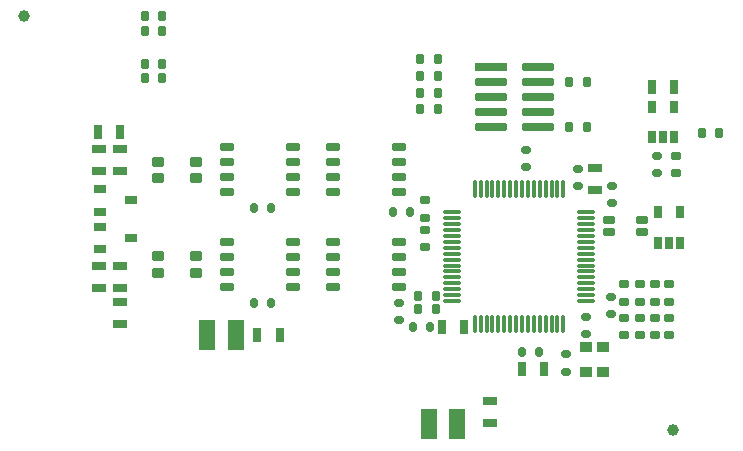
<source format=gtp>
G04*
G04 #@! TF.GenerationSoftware,Altium Limited,Altium Designer,24.3.1 (35)*
G04*
G04 Layer_Color=8421504*
%FSLAX25Y25*%
%MOIN*%
G70*
G04*
G04 #@! TF.SameCoordinates,DD41D466-AE5E-4816-99C6-3666686ED4B2*
G04*
G04*
G04 #@! TF.FilePolarity,Positive*
G04*
G01*
G75*
G04:AMPARAMS|DCode=10|XSize=23.62mil|YSize=47.24mil|CornerRadius=3.54mil|HoleSize=0mil|Usage=FLASHONLY|Rotation=270.000|XOffset=0mil|YOffset=0mil|HoleType=Round|Shape=RoundedRectangle|*
%AMROUNDEDRECTD10*
21,1,0.02362,0.04016,0,0,270.0*
21,1,0.01654,0.04724,0,0,270.0*
1,1,0.00709,-0.02008,-0.00827*
1,1,0.00709,-0.02008,0.00827*
1,1,0.00709,0.02008,0.00827*
1,1,0.00709,0.02008,-0.00827*
%
%ADD10ROUNDEDRECTD10*%
G04:AMPARAMS|DCode=11|XSize=33.47mil|YSize=23.62mil|CornerRadius=2.36mil|HoleSize=0mil|Usage=FLASHONLY|Rotation=90.000|XOffset=0mil|YOffset=0mil|HoleType=Round|Shape=RoundedRectangle|*
%AMROUNDEDRECTD11*
21,1,0.03347,0.01890,0,0,90.0*
21,1,0.02874,0.02362,0,0,90.0*
1,1,0.00472,0.00945,0.01437*
1,1,0.00472,0.00945,-0.01437*
1,1,0.00472,-0.00945,-0.01437*
1,1,0.00472,-0.00945,0.01437*
%
%ADD11ROUNDEDRECTD11*%
%ADD12C,0.03937*%
G04:AMPARAMS|DCode=13|XSize=43.31mil|YSize=23.62mil|CornerRadius=3.54mil|HoleSize=0mil|Usage=FLASHONLY|Rotation=180.000|XOffset=0mil|YOffset=0mil|HoleType=Round|Shape=RoundedRectangle|*
%AMROUNDEDRECTD13*
21,1,0.04331,0.01654,0,0,180.0*
21,1,0.03622,0.02362,0,0,180.0*
1,1,0.00709,-0.01811,0.00827*
1,1,0.00709,0.01811,0.00827*
1,1,0.00709,0.01811,-0.00827*
1,1,0.00709,-0.01811,-0.00827*
%
%ADD13ROUNDEDRECTD13*%
G04:AMPARAMS|DCode=14|XSize=11.81mil|YSize=59.06mil|CornerRadius=2.95mil|HoleSize=0mil|Usage=FLASHONLY|Rotation=90.000|XOffset=0mil|YOffset=0mil|HoleType=Round|Shape=RoundedRectangle|*
%AMROUNDEDRECTD14*
21,1,0.01181,0.05315,0,0,90.0*
21,1,0.00591,0.05906,0,0,90.0*
1,1,0.00591,0.02657,0.00295*
1,1,0.00591,0.02657,-0.00295*
1,1,0.00591,-0.02657,-0.00295*
1,1,0.00591,-0.02657,0.00295*
%
%ADD14ROUNDEDRECTD14*%
G04:AMPARAMS|DCode=15|XSize=11.81mil|YSize=59.06mil|CornerRadius=2.95mil|HoleSize=0mil|Usage=FLASHONLY|Rotation=0.000|XOffset=0mil|YOffset=0mil|HoleType=Round|Shape=RoundedRectangle|*
%AMROUNDEDRECTD15*
21,1,0.01181,0.05315,0,0,0.0*
21,1,0.00591,0.05906,0,0,0.0*
1,1,0.00591,0.00295,-0.02657*
1,1,0.00591,-0.00295,-0.02657*
1,1,0.00591,-0.00295,0.02657*
1,1,0.00591,0.00295,0.02657*
%
%ADD15ROUNDEDRECTD15*%
%ADD16R,0.10630X0.02756*%
G04:AMPARAMS|DCode=17|XSize=27.56mil|YSize=106.3mil|CornerRadius=4.13mil|HoleSize=0mil|Usage=FLASHONLY|Rotation=270.000|XOffset=0mil|YOffset=0mil|HoleType=Round|Shape=RoundedRectangle|*
%AMROUNDEDRECTD17*
21,1,0.02756,0.09803,0,0,270.0*
21,1,0.01929,0.10630,0,0,270.0*
1,1,0.00827,-0.04902,-0.00965*
1,1,0.00827,-0.04902,0.00965*
1,1,0.00827,0.04902,0.00965*
1,1,0.00827,0.04902,-0.00965*
%
%ADD17ROUNDEDRECTD17*%
G04:AMPARAMS|DCode=18|XSize=23.62mil|YSize=43.31mil|CornerRadius=2.36mil|HoleSize=0mil|Usage=FLASHONLY|Rotation=180.000|XOffset=0mil|YOffset=0mil|HoleType=Round|Shape=RoundedRectangle|*
%AMROUNDEDRECTD18*
21,1,0.02362,0.03858,0,0,180.0*
21,1,0.01890,0.04331,0,0,180.0*
1,1,0.00472,-0.00945,0.01929*
1,1,0.00472,0.00945,0.01929*
1,1,0.00472,0.00945,-0.01929*
1,1,0.00472,-0.00945,-0.01929*
%
%ADD18ROUNDEDRECTD18*%
G04:AMPARAMS|DCode=19|XSize=33.47mil|YSize=23.62mil|CornerRadius=2.36mil|HoleSize=0mil|Usage=FLASHONLY|Rotation=180.000|XOffset=0mil|YOffset=0mil|HoleType=Round|Shape=RoundedRectangle|*
%AMROUNDEDRECTD19*
21,1,0.03347,0.01890,0,0,180.0*
21,1,0.02874,0.02362,0,0,180.0*
1,1,0.00472,-0.01437,0.00945*
1,1,0.00472,0.01437,0.00945*
1,1,0.00472,0.01437,-0.00945*
1,1,0.00472,-0.01437,-0.00945*
%
%ADD19ROUNDEDRECTD19*%
G04:AMPARAMS|DCode=20|XSize=49.21mil|YSize=27.56mil|CornerRadius=2.76mil|HoleSize=0mil|Usage=FLASHONLY|Rotation=180.000|XOffset=0mil|YOffset=0mil|HoleType=Round|Shape=RoundedRectangle|*
%AMROUNDEDRECTD20*
21,1,0.04921,0.02205,0,0,180.0*
21,1,0.04370,0.02756,0,0,180.0*
1,1,0.00551,-0.02185,0.01102*
1,1,0.00551,0.02185,0.01102*
1,1,0.00551,0.02185,-0.01102*
1,1,0.00551,-0.02185,-0.01102*
%
%ADD20ROUNDEDRECTD20*%
G04:AMPARAMS|DCode=21|XSize=43.31mil|YSize=31.5mil|CornerRadius=4.72mil|HoleSize=0mil|Usage=FLASHONLY|Rotation=0.000|XOffset=0mil|YOffset=0mil|HoleType=Round|Shape=RoundedRectangle|*
%AMROUNDEDRECTD21*
21,1,0.04331,0.02205,0,0,0.0*
21,1,0.03386,0.03150,0,0,0.0*
1,1,0.00945,0.01693,-0.01102*
1,1,0.00945,-0.01693,-0.01102*
1,1,0.00945,-0.01693,0.01102*
1,1,0.00945,0.01693,0.01102*
%
%ADD21ROUNDEDRECTD21*%
G04:AMPARAMS|DCode=22|XSize=55.12mil|YSize=102.36mil|CornerRadius=8.27mil|HoleSize=0mil|Usage=FLASHONLY|Rotation=180.000|XOffset=0mil|YOffset=0mil|HoleType=Round|Shape=RoundedRectangle|*
%AMROUNDEDRECTD22*
21,1,0.05512,0.08583,0,0,180.0*
21,1,0.03858,0.10236,0,0,180.0*
1,1,0.01654,-0.01929,0.04291*
1,1,0.01654,0.01929,0.04291*
1,1,0.01654,0.01929,-0.04291*
1,1,0.01654,-0.01929,-0.04291*
%
%ADD22ROUNDEDRECTD22*%
G04:AMPARAMS|DCode=23|XSize=39.37mil|YSize=35.43mil|CornerRadius=3.54mil|HoleSize=0mil|Usage=FLASHONLY|Rotation=180.000|XOffset=0mil|YOffset=0mil|HoleType=Round|Shape=RoundedRectangle|*
%AMROUNDEDRECTD23*
21,1,0.03937,0.02835,0,0,180.0*
21,1,0.03228,0.03543,0,0,180.0*
1,1,0.00709,-0.01614,0.01417*
1,1,0.00709,0.01614,0.01417*
1,1,0.00709,0.01614,-0.01417*
1,1,0.00709,-0.01614,-0.01417*
%
%ADD23ROUNDEDRECTD23*%
G04:AMPARAMS|DCode=24|XSize=23.62mil|YSize=43.31mil|CornerRadius=2.36mil|HoleSize=0mil|Usage=FLASHONLY|Rotation=90.000|XOffset=0mil|YOffset=0mil|HoleType=Round|Shape=RoundedRectangle|*
%AMROUNDEDRECTD24*
21,1,0.02362,0.03858,0,0,90.0*
21,1,0.01890,0.04331,0,0,90.0*
1,1,0.00472,0.01929,0.00945*
1,1,0.00472,0.01929,-0.00945*
1,1,0.00472,-0.01929,-0.00945*
1,1,0.00472,-0.01929,0.00945*
%
%ADD24ROUNDEDRECTD24*%
G04:AMPARAMS|DCode=25|XSize=31.5mil|YSize=25.59mil|CornerRadius=6.4mil|HoleSize=0mil|Usage=FLASHONLY|Rotation=90.000|XOffset=0mil|YOffset=0mil|HoleType=Round|Shape=RoundedRectangle|*
%AMROUNDEDRECTD25*
21,1,0.03150,0.01280,0,0,90.0*
21,1,0.01870,0.02559,0,0,90.0*
1,1,0.01280,0.00640,0.00935*
1,1,0.01280,0.00640,-0.00935*
1,1,0.01280,-0.00640,-0.00935*
1,1,0.01280,-0.00640,0.00935*
%
%ADD25ROUNDEDRECTD25*%
G04:AMPARAMS|DCode=26|XSize=31.5mil|YSize=25.59mil|CornerRadius=6.4mil|HoleSize=0mil|Usage=FLASHONLY|Rotation=180.000|XOffset=0mil|YOffset=0mil|HoleType=Round|Shape=RoundedRectangle|*
%AMROUNDEDRECTD26*
21,1,0.03150,0.01280,0,0,180.0*
21,1,0.01870,0.02559,0,0,180.0*
1,1,0.01280,-0.00935,0.00640*
1,1,0.01280,0.00935,0.00640*
1,1,0.01280,0.00935,-0.00640*
1,1,0.01280,-0.00935,-0.00640*
%
%ADD26ROUNDEDRECTD26*%
G04:AMPARAMS|DCode=27|XSize=49.21mil|YSize=27.56mil|CornerRadius=2.76mil|HoleSize=0mil|Usage=FLASHONLY|Rotation=270.000|XOffset=0mil|YOffset=0mil|HoleType=Round|Shape=RoundedRectangle|*
%AMROUNDEDRECTD27*
21,1,0.04921,0.02205,0,0,270.0*
21,1,0.04370,0.02756,0,0,270.0*
1,1,0.00551,-0.01102,-0.02185*
1,1,0.00551,-0.01102,0.02185*
1,1,0.00551,0.01102,0.02185*
1,1,0.00551,0.01102,-0.02185*
%
%ADD27ROUNDEDRECTD27*%
D10*
X83465Y70492D02*
D03*
Y65492D02*
D03*
Y60492D02*
D03*
Y55492D02*
D03*
X105512Y70492D02*
D03*
Y65492D02*
D03*
Y60492D02*
D03*
Y55492D02*
D03*
X83465Y101988D02*
D03*
Y96988D02*
D03*
Y91988D02*
D03*
Y86988D02*
D03*
X105512Y101988D02*
D03*
Y96988D02*
D03*
Y91988D02*
D03*
Y86988D02*
D03*
X118898Y70492D02*
D03*
Y65492D02*
D03*
Y60492D02*
D03*
Y55492D02*
D03*
X140945Y70492D02*
D03*
Y65492D02*
D03*
Y60492D02*
D03*
Y55492D02*
D03*
X118898Y101988D02*
D03*
Y96988D02*
D03*
Y91988D02*
D03*
Y86988D02*
D03*
X140945Y101988D02*
D03*
Y96988D02*
D03*
Y91988D02*
D03*
Y86988D02*
D03*
D11*
X241732Y106890D02*
D03*
X247638D02*
D03*
X197638Y108858D02*
D03*
X203543D02*
D03*
X197638Y123819D02*
D03*
X203543D02*
D03*
X153150Y52559D02*
D03*
X147244D02*
D03*
X153150Y48228D02*
D03*
X147244D02*
D03*
X148031Y114764D02*
D03*
X153937D02*
D03*
X148031Y120276D02*
D03*
X153937D02*
D03*
X148031Y125787D02*
D03*
X153937D02*
D03*
X148031Y131299D02*
D03*
X153937D02*
D03*
X62008Y125197D02*
D03*
X56102D02*
D03*
X62008Y129921D02*
D03*
X56102D02*
D03*
X62008Y140945D02*
D03*
X56102D02*
D03*
X62008Y145669D02*
D03*
X56102D02*
D03*
D12*
X232283Y7874D02*
D03*
X15748Y145669D02*
D03*
D13*
X210827Y77756D02*
D03*
X221850D02*
D03*
Y73819D02*
D03*
X210827D02*
D03*
D14*
X158465Y80315D02*
D03*
Y78347D02*
D03*
Y76378D02*
D03*
Y74409D02*
D03*
Y72441D02*
D03*
Y70472D02*
D03*
Y68504D02*
D03*
Y66535D02*
D03*
Y64567D02*
D03*
Y62598D02*
D03*
Y60630D02*
D03*
Y58661D02*
D03*
Y56693D02*
D03*
Y54724D02*
D03*
Y52756D02*
D03*
Y50787D02*
D03*
X203346D02*
D03*
Y52756D02*
D03*
Y54724D02*
D03*
Y56693D02*
D03*
Y58661D02*
D03*
Y60630D02*
D03*
Y62598D02*
D03*
Y64567D02*
D03*
Y66535D02*
D03*
Y68504D02*
D03*
Y70472D02*
D03*
Y72441D02*
D03*
Y74409D02*
D03*
Y76378D02*
D03*
Y78347D02*
D03*
Y80315D02*
D03*
D15*
X166142Y43110D02*
D03*
X168110D02*
D03*
X170079D02*
D03*
X172047D02*
D03*
X174016D02*
D03*
X175984D02*
D03*
X177953D02*
D03*
X179921D02*
D03*
X181890D02*
D03*
X183858D02*
D03*
X185827D02*
D03*
X187795D02*
D03*
X189764D02*
D03*
X191732D02*
D03*
X193701D02*
D03*
X195669D02*
D03*
Y87992D02*
D03*
X193701D02*
D03*
X191732D02*
D03*
X189764D02*
D03*
X187795D02*
D03*
X185827D02*
D03*
X183858D02*
D03*
X181890D02*
D03*
X179921D02*
D03*
X177953D02*
D03*
X175984D02*
D03*
X174016D02*
D03*
X172047D02*
D03*
X170079D02*
D03*
X168110D02*
D03*
X166142D02*
D03*
D16*
X171457Y128661D02*
D03*
D17*
X187205D02*
D03*
X171457Y123661D02*
D03*
X187205D02*
D03*
X171457Y118661D02*
D03*
Y113661D02*
D03*
Y108661D02*
D03*
X187205Y118661D02*
D03*
Y113661D02*
D03*
Y108661D02*
D03*
D18*
X225197Y115551D02*
D03*
X232677D02*
D03*
Y105315D02*
D03*
X228937D02*
D03*
X225197D02*
D03*
X227165Y80512D02*
D03*
X234646D02*
D03*
Y70276D02*
D03*
X230906D02*
D03*
X227165D02*
D03*
D19*
X149409Y68701D02*
D03*
Y74606D02*
D03*
X230906Y39370D02*
D03*
Y45276D02*
D03*
X226181Y39370D02*
D03*
Y45276D02*
D03*
X221063Y39370D02*
D03*
Y45276D02*
D03*
X215945Y39370D02*
D03*
Y45276D02*
D03*
X233268Y99213D02*
D03*
Y93307D02*
D03*
X149409Y84449D02*
D03*
Y78543D02*
D03*
X230906Y56299D02*
D03*
Y50394D02*
D03*
X226181Y56299D02*
D03*
Y50394D02*
D03*
X221063Y56299D02*
D03*
Y50394D02*
D03*
X215945Y56299D02*
D03*
Y50394D02*
D03*
D20*
X40937Y62551D02*
D03*
Y55071D02*
D03*
X47937Y62551D02*
D03*
Y55071D02*
D03*
X40937Y94071D02*
D03*
Y101551D02*
D03*
X47937Y94071D02*
D03*
Y101551D02*
D03*
Y50551D02*
D03*
Y43071D02*
D03*
X206102Y95276D02*
D03*
Y87795D02*
D03*
X171260Y10039D02*
D03*
Y17520D02*
D03*
D21*
X60630Y65748D02*
D03*
X73228D02*
D03*
Y60236D02*
D03*
X60630D02*
D03*
Y97244D02*
D03*
X73228D02*
D03*
Y91732D02*
D03*
X60630D02*
D03*
D22*
X160236Y9843D02*
D03*
X150787D02*
D03*
X76968Y39370D02*
D03*
X86417D02*
D03*
D23*
X203346Y27165D02*
D03*
X208858D02*
D03*
Y35433D02*
D03*
X203346D02*
D03*
D24*
X41319Y75551D02*
D03*
Y68071D02*
D03*
X51555Y71811D02*
D03*
X41319Y88051D02*
D03*
Y80571D02*
D03*
X51555Y84311D02*
D03*
D25*
X92618Y50197D02*
D03*
X98327D02*
D03*
X92618Y81693D02*
D03*
X98327D02*
D03*
X144653Y80614D02*
D03*
X138945D02*
D03*
X145445Y42114D02*
D03*
X151154D02*
D03*
X187697Y33661D02*
D03*
X181988D02*
D03*
D26*
X140748Y44390D02*
D03*
Y50098D02*
D03*
X200591Y89075D02*
D03*
Y94784D02*
D03*
X183268Y101083D02*
D03*
Y95374D02*
D03*
X212008Y89272D02*
D03*
Y83563D02*
D03*
X211614Y46555D02*
D03*
Y52264D02*
D03*
X226969Y93405D02*
D03*
Y99114D02*
D03*
X196653Y32972D02*
D03*
Y27264D02*
D03*
X203346Y45571D02*
D03*
Y39862D02*
D03*
D27*
X40551Y107283D02*
D03*
X48031D02*
D03*
X155059Y42114D02*
D03*
X162539D02*
D03*
X93701Y39370D02*
D03*
X101181D02*
D03*
X181890Y28150D02*
D03*
X189370D02*
D03*
X225197Y122244D02*
D03*
X232677D02*
D03*
M02*

</source>
